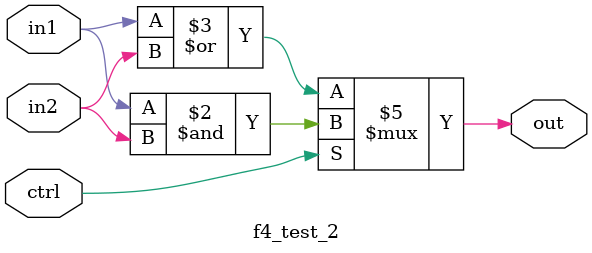
<source format=v>
module f4_test_2(ctrl, in1,  in2, out);
input ctrl;
input  in1, in2;
output  reg out;
always @ (ctrl or in1 or in2)
	if(ctrl)
		out = in1 & in2;
	else 
		out = in1 | in2;
endmodule
</source>
